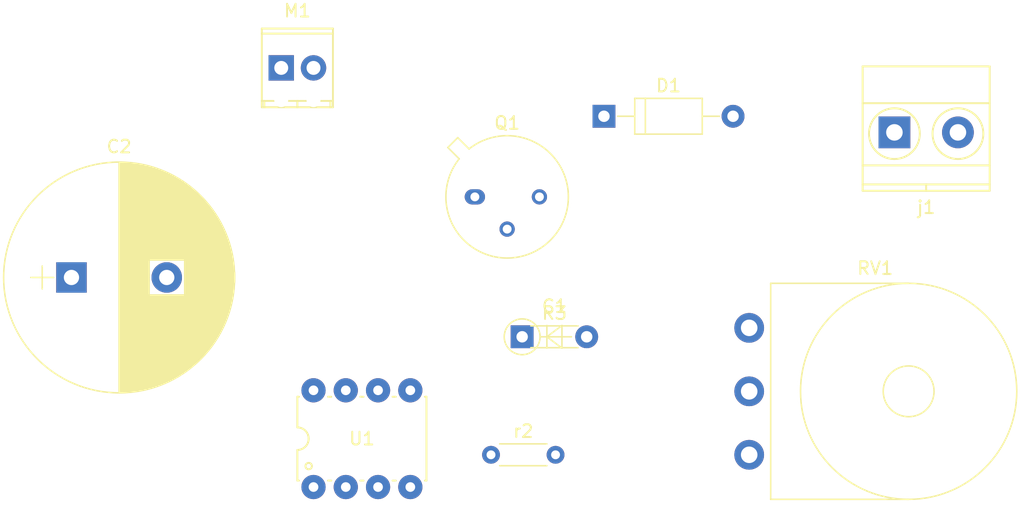
<source format=kicad_pcb>
(kicad_pcb (version 4) (host pcbnew 4.0.2-stable)

  (general
    (links 18)
    (no_connects 18)
    (area 0 0 0 0)
    (thickness 1.6)
    (drawings 0)
    (tracks 0)
    (zones 0)
    (modules 10)
    (nets 11)
  )

  (page A4)
  (layers
    (0 F.Cu signal)
    (31 B.Cu signal)
    (32 B.Adhes user)
    (33 F.Adhes user)
    (34 B.Paste user)
    (35 F.Paste user)
    (36 B.SilkS user)
    (37 F.SilkS user)
    (38 B.Mask user)
    (39 F.Mask user)
    (40 Dwgs.User user)
    (41 Cmts.User user)
    (42 Eco1.User user)
    (43 Eco2.User user)
    (44 Edge.Cuts user)
    (45 Margin user)
    (46 B.CrtYd user)
    (47 F.CrtYd user)
    (48 B.Fab user)
    (49 F.Fab user)
  )

  (setup
    (last_trace_width 0.25)
    (trace_clearance 0.2)
    (zone_clearance 0.508)
    (zone_45_only no)
    (trace_min 0.2)
    (segment_width 0.2)
    (edge_width 0.15)
    (via_size 0.6)
    (via_drill 0.4)
    (via_min_size 0.4)
    (via_min_drill 0.3)
    (uvia_size 0.3)
    (uvia_drill 0.1)
    (uvias_allowed no)
    (uvia_min_size 0.2)
    (uvia_min_drill 0.1)
    (pcb_text_width 0.3)
    (pcb_text_size 1.5 1.5)
    (mod_edge_width 0.15)
    (mod_text_size 1 1)
    (mod_text_width 0.15)
    (pad_size 1.524 1.524)
    (pad_drill 0.762)
    (pad_to_mask_clearance 0.2)
    (aux_axis_origin 0 0)
    (visible_elements FFFFFF7F)
    (pcbplotparams
      (layerselection 0x00030_80000001)
      (usegerberextensions false)
      (excludeedgelayer true)
      (linewidth 0.100000)
      (plotframeref false)
      (viasonmask false)
      (mode 1)
      (useauxorigin false)
      (hpglpennumber 1)
      (hpglpenspeed 20)
      (hpglpendiameter 15)
      (hpglpenoverlay 2)
      (psnegative false)
      (psa4output false)
      (plotreference true)
      (plotvalue true)
      (plotinvisibletext false)
      (padsonsilk false)
      (subtractmaskfromsilk false)
      (outputformat 1)
      (mirror false)
      (drillshape 1)
      (scaleselection 1)
      (outputdirectory ""))
  )

  (net 0 "")
  (net 1 "Net-(C1-Pad1)")
  (net 2 GND)
  (net 3 "Net-(C2-Pad1)")
  (net 4 "Net-(C2-Pad2)")
  (net 5 /+12v)
  (net 6 "Net-(Q1-Pad2)")
  (net 7 "Net-(U1-Pad3)")
  (net 8 "Net-(R3-Pad1)")
  (net 9 "Net-(R3-Pad2)")
  (net 10 "Net-(U1-Pad5)")

  (net_class Default "This is the default net class."
    (clearance 0.2)
    (trace_width 0.25)
    (via_dia 0.6)
    (via_drill 0.4)
    (uvia_dia 0.3)
    (uvia_drill 0.1)
    (add_net /+12v)
    (add_net GND)
    (add_net "Net-(C1-Pad1)")
    (add_net "Net-(C2-Pad1)")
    (add_net "Net-(C2-Pad2)")
    (add_net "Net-(Q1-Pad2)")
    (add_net "Net-(R3-Pad1)")
    (add_net "Net-(R3-Pad2)")
    (add_net "Net-(U1-Pad3)")
    (add_net "Net-(U1-Pad5)")
  )

  (module Diodes_ThroughHole:D_A-405_P5.08mm_Vertical_AnodeUp (layer F.Cu) (tedit 5921392E) (tstamp 59E1EFA6)
    (at 148.5011 105.0036)
    (descr "D, A-405 series, Axial, Vertical, pin pitch=5.08mm, , length*diameter=5.2*2.7mm^2, , http://www.diodes.com/_files/packages/A-405.pdf")
    (tags "D A-405 series Axial Vertical pin pitch 5.08mm  length 5.2mm diameter 2.7mm")
    (path /59DF60A9)
    (fp_text reference C1 (at 2.54 -2.41) (layer F.SilkS)
      (effects (font (size 1 1) (thickness 0.15)))
    )
    (fp_text value 100u (at 2.54 2.41) (layer F.Fab)
      (effects (font (size 1 1) (thickness 0.15)))
    )
    (fp_text user K (at -2.11 0) (layer F.Fab)
      (effects (font (size 1 1) (thickness 0.15)))
    )
    (fp_text user %R (at 2.54 0) (layer F.Fab)
      (effects (font (size 1 1) (thickness 0.15)))
    )
    (fp_line (start 0 0) (end 5.08 0) (layer F.Fab) (width 0.1))
    (fp_line (start 1.41 0) (end 3.88 0) (layer F.SilkS) (width 0.12))
    (fp_line (start 1.947333 -0.889) (end 1.947333 0.889) (layer F.SilkS) (width 0.12))
    (fp_line (start 1.947333 0) (end 3.132667 -0.889) (layer F.SilkS) (width 0.12))
    (fp_line (start 3.132667 -0.889) (end 3.132667 0.889) (layer F.SilkS) (width 0.12))
    (fp_line (start 3.132667 0.889) (end 1.947333 0) (layer F.SilkS) (width 0.12))
    (fp_line (start -1.7 -1.7) (end -1.7 1.7) (layer F.CrtYd) (width 0.05))
    (fp_line (start -1.7 1.7) (end 6.3 1.7) (layer F.CrtYd) (width 0.05))
    (fp_line (start 6.3 1.7) (end 6.3 -1.7) (layer F.CrtYd) (width 0.05))
    (fp_line (start 6.3 -1.7) (end -1.7 -1.7) (layer F.CrtYd) (width 0.05))
    (fp_circle (center 0 0) (end 1.35 0) (layer F.Fab) (width 0.1))
    (fp_circle (center 0 0) (end 1.41 0) (layer F.SilkS) (width 0.12))
    (pad 1 thru_hole rect (at 0 0) (size 1.8 1.8) (drill 0.9) (layers *.Cu *.Mask)
      (net 1 "Net-(C1-Pad1)"))
    (pad 2 thru_hole oval (at 5.08 0) (size 1.8 1.8) (drill 0.9) (layers *.Cu *.Mask)
      (net 2 GND))
    (model ${KISYS3DMOD}/Diodes_THT.3dshapes/D_A-405_P5.08mm_Vertical_AnodeUp.wrl
      (at (xyz 0 0 0))
      (scale (xyz 0.393701 0.393701 0.393701))
      (rotate (xyz 0 0 0))
    )
  )

  (module Capacitors_ThroughHole:CP_Radial_D18.0mm_P7.50mm (layer F.Cu) (tedit 597BC7C2) (tstamp 59E1EFAC)
    (at 113.03 100.33)
    (descr "CP, Radial series, Radial, pin pitch=7.50mm, , diameter=18mm, Electrolytic Capacitor")
    (tags "CP Radial series Radial pin pitch 7.50mm  diameter 18mm Electrolytic Capacitor")
    (path /59DF619E)
    (fp_text reference C2 (at 3.75 -10.31) (layer F.SilkS)
      (effects (font (size 1 1) (thickness 0.15)))
    )
    (fp_text value 47u (at 3.75 10.31) (layer F.Fab)
      (effects (font (size 1 1) (thickness 0.15)))
    )
    (fp_circle (center 3.75 0) (end 12.75 0) (layer F.Fab) (width 0.1))
    (fp_circle (center 3.75 0) (end 12.84 0) (layer F.SilkS) (width 0.12))
    (fp_line (start -3.2 0) (end -1.4 0) (layer F.Fab) (width 0.1))
    (fp_line (start -2.3 -0.9) (end -2.3 0.9) (layer F.Fab) (width 0.1))
    (fp_line (start 3.75 -9.05) (end 3.75 9.05) (layer F.SilkS) (width 0.12))
    (fp_line (start 3.79 -9.05) (end 3.79 9.05) (layer F.SilkS) (width 0.12))
    (fp_line (start 3.83 -9.05) (end 3.83 9.05) (layer F.SilkS) (width 0.12))
    (fp_line (start 3.87 -9.05) (end 3.87 9.05) (layer F.SilkS) (width 0.12))
    (fp_line (start 3.91 -9.049) (end 3.91 9.049) (layer F.SilkS) (width 0.12))
    (fp_line (start 3.95 -9.048) (end 3.95 9.048) (layer F.SilkS) (width 0.12))
    (fp_line (start 3.99 -9.047) (end 3.99 9.047) (layer F.SilkS) (width 0.12))
    (fp_line (start 4.03 -9.046) (end 4.03 9.046) (layer F.SilkS) (width 0.12))
    (fp_line (start 4.07 -9.045) (end 4.07 9.045) (layer F.SilkS) (width 0.12))
    (fp_line (start 4.11 -9.043) (end 4.11 9.043) (layer F.SilkS) (width 0.12))
    (fp_line (start 4.15 -9.042) (end 4.15 9.042) (layer F.SilkS) (width 0.12))
    (fp_line (start 4.19 -9.04) (end 4.19 9.04) (layer F.SilkS) (width 0.12))
    (fp_line (start 4.23 -9.038) (end 4.23 9.038) (layer F.SilkS) (width 0.12))
    (fp_line (start 4.27 -9.036) (end 4.27 9.036) (layer F.SilkS) (width 0.12))
    (fp_line (start 4.31 -9.033) (end 4.31 9.033) (layer F.SilkS) (width 0.12))
    (fp_line (start 4.35 -9.031) (end 4.35 9.031) (layer F.SilkS) (width 0.12))
    (fp_line (start 4.39 -9.028) (end 4.39 9.028) (layer F.SilkS) (width 0.12))
    (fp_line (start 4.43 -9.025) (end 4.43 9.025) (layer F.SilkS) (width 0.12))
    (fp_line (start 4.471 -9.022) (end 4.471 9.022) (layer F.SilkS) (width 0.12))
    (fp_line (start 4.511 -9.019) (end 4.511 9.019) (layer F.SilkS) (width 0.12))
    (fp_line (start 4.551 -9.015) (end 4.551 9.015) (layer F.SilkS) (width 0.12))
    (fp_line (start 4.591 -9.012) (end 4.591 9.012) (layer F.SilkS) (width 0.12))
    (fp_line (start 4.631 -9.008) (end 4.631 9.008) (layer F.SilkS) (width 0.12))
    (fp_line (start 4.671 -9.004) (end 4.671 9.004) (layer F.SilkS) (width 0.12))
    (fp_line (start 4.711 -9) (end 4.711 9) (layer F.SilkS) (width 0.12))
    (fp_line (start 4.751 -8.995) (end 4.751 8.995) (layer F.SilkS) (width 0.12))
    (fp_line (start 4.791 -8.991) (end 4.791 8.991) (layer F.SilkS) (width 0.12))
    (fp_line (start 4.831 -8.986) (end 4.831 8.986) (layer F.SilkS) (width 0.12))
    (fp_line (start 4.871 -8.981) (end 4.871 8.981) (layer F.SilkS) (width 0.12))
    (fp_line (start 4.911 -8.976) (end 4.911 8.976) (layer F.SilkS) (width 0.12))
    (fp_line (start 4.951 -8.971) (end 4.951 8.971) (layer F.SilkS) (width 0.12))
    (fp_line (start 4.991 -8.966) (end 4.991 8.966) (layer F.SilkS) (width 0.12))
    (fp_line (start 5.031 -8.96) (end 5.031 8.96) (layer F.SilkS) (width 0.12))
    (fp_line (start 5.071 -8.954) (end 5.071 8.954) (layer F.SilkS) (width 0.12))
    (fp_line (start 5.111 -8.948) (end 5.111 8.948) (layer F.SilkS) (width 0.12))
    (fp_line (start 5.151 -8.942) (end 5.151 8.942) (layer F.SilkS) (width 0.12))
    (fp_line (start 5.191 -8.936) (end 5.191 8.936) (layer F.SilkS) (width 0.12))
    (fp_line (start 5.231 -8.929) (end 5.231 8.929) (layer F.SilkS) (width 0.12))
    (fp_line (start 5.271 -8.923) (end 5.271 8.923) (layer F.SilkS) (width 0.12))
    (fp_line (start 5.311 -8.916) (end 5.311 8.916) (layer F.SilkS) (width 0.12))
    (fp_line (start 5.351 -8.909) (end 5.351 8.909) (layer F.SilkS) (width 0.12))
    (fp_line (start 5.391 -8.901) (end 5.391 8.901) (layer F.SilkS) (width 0.12))
    (fp_line (start 5.431 -8.894) (end 5.431 8.894) (layer F.SilkS) (width 0.12))
    (fp_line (start 5.471 -8.886) (end 5.471 8.886) (layer F.SilkS) (width 0.12))
    (fp_line (start 5.511 -8.878) (end 5.511 8.878) (layer F.SilkS) (width 0.12))
    (fp_line (start 5.551 -8.87) (end 5.551 8.87) (layer F.SilkS) (width 0.12))
    (fp_line (start 5.591 -8.862) (end 5.591 8.862) (layer F.SilkS) (width 0.12))
    (fp_line (start 5.631 -8.854) (end 5.631 8.854) (layer F.SilkS) (width 0.12))
    (fp_line (start 5.671 -8.845) (end 5.671 8.845) (layer F.SilkS) (width 0.12))
    (fp_line (start 5.711 -8.837) (end 5.711 8.837) (layer F.SilkS) (width 0.12))
    (fp_line (start 5.751 -8.828) (end 5.751 8.828) (layer F.SilkS) (width 0.12))
    (fp_line (start 5.791 -8.819) (end 5.791 8.819) (layer F.SilkS) (width 0.12))
    (fp_line (start 5.831 -8.809) (end 5.831 8.809) (layer F.SilkS) (width 0.12))
    (fp_line (start 5.871 -8.8) (end 5.871 8.8) (layer F.SilkS) (width 0.12))
    (fp_line (start 5.911 -8.79) (end 5.911 8.79) (layer F.SilkS) (width 0.12))
    (fp_line (start 5.951 -8.78) (end 5.951 8.78) (layer F.SilkS) (width 0.12))
    (fp_line (start 5.991 -8.77) (end 5.991 8.77) (layer F.SilkS) (width 0.12))
    (fp_line (start 6.031 -8.76) (end 6.031 8.76) (layer F.SilkS) (width 0.12))
    (fp_line (start 6.071 -8.749) (end 6.071 8.749) (layer F.SilkS) (width 0.12))
    (fp_line (start 6.111 -8.739) (end 6.111 8.739) (layer F.SilkS) (width 0.12))
    (fp_line (start 6.151 -8.728) (end 6.151 -1.38) (layer F.SilkS) (width 0.12))
    (fp_line (start 6.151 1.38) (end 6.151 8.728) (layer F.SilkS) (width 0.12))
    (fp_line (start 6.191 -8.717) (end 6.191 -1.38) (layer F.SilkS) (width 0.12))
    (fp_line (start 6.191 1.38) (end 6.191 8.717) (layer F.SilkS) (width 0.12))
    (fp_line (start 6.231 -8.706) (end 6.231 -1.38) (layer F.SilkS) (width 0.12))
    (fp_line (start 6.231 1.38) (end 6.231 8.706) (layer F.SilkS) (width 0.12))
    (fp_line (start 6.271 -8.694) (end 6.271 -1.38) (layer F.SilkS) (width 0.12))
    (fp_line (start 6.271 1.38) (end 6.271 8.694) (layer F.SilkS) (width 0.12))
    (fp_line (start 6.311 -8.683) (end 6.311 -1.38) (layer F.SilkS) (width 0.12))
    (fp_line (start 6.311 1.38) (end 6.311 8.683) (layer F.SilkS) (width 0.12))
    (fp_line (start 6.351 -8.671) (end 6.351 -1.38) (layer F.SilkS) (width 0.12))
    (fp_line (start 6.351 1.38) (end 6.351 8.671) (layer F.SilkS) (width 0.12))
    (fp_line (start 6.391 -8.659) (end 6.391 -1.38) (layer F.SilkS) (width 0.12))
    (fp_line (start 6.391 1.38) (end 6.391 8.659) (layer F.SilkS) (width 0.12))
    (fp_line (start 6.431 -8.646) (end 6.431 -1.38) (layer F.SilkS) (width 0.12))
    (fp_line (start 6.431 1.38) (end 6.431 8.646) (layer F.SilkS) (width 0.12))
    (fp_line (start 6.471 -8.634) (end 6.471 -1.38) (layer F.SilkS) (width 0.12))
    (fp_line (start 6.471 1.38) (end 6.471 8.634) (layer F.SilkS) (width 0.12))
    (fp_line (start 6.511 -8.621) (end 6.511 -1.38) (layer F.SilkS) (width 0.12))
    (fp_line (start 6.511 1.38) (end 6.511 8.621) (layer F.SilkS) (width 0.12))
    (fp_line (start 6.551 -8.609) (end 6.551 -1.38) (layer F.SilkS) (width 0.12))
    (fp_line (start 6.551 1.38) (end 6.551 8.609) (layer F.SilkS) (width 0.12))
    (fp_line (start 6.591 -8.595) (end 6.591 -1.38) (layer F.SilkS) (width 0.12))
    (fp_line (start 6.591 1.38) (end 6.591 8.595) (layer F.SilkS) (width 0.12))
    (fp_line (start 6.631 -8.582) (end 6.631 -1.38) (layer F.SilkS) (width 0.12))
    (fp_line (start 6.631 1.38) (end 6.631 8.582) (layer F.SilkS) (width 0.12))
    (fp_line (start 6.671 -8.569) (end 6.671 -1.38) (layer F.SilkS) (width 0.12))
    (fp_line (start 6.671 1.38) (end 6.671 8.569) (layer F.SilkS) (width 0.12))
    (fp_line (start 6.711 -8.555) (end 6.711 -1.38) (layer F.SilkS) (width 0.12))
    (fp_line (start 6.711 1.38) (end 6.711 8.555) (layer F.SilkS) (width 0.12))
    (fp_line (start 6.751 -8.541) (end 6.751 -1.38) (layer F.SilkS) (width 0.12))
    (fp_line (start 6.751 1.38) (end 6.751 8.541) (layer F.SilkS) (width 0.12))
    (fp_line (start 6.791 -8.527) (end 6.791 -1.38) (layer F.SilkS) (width 0.12))
    (fp_line (start 6.791 1.38) (end 6.791 8.527) (layer F.SilkS) (width 0.12))
    (fp_line (start 6.831 -8.513) (end 6.831 -1.38) (layer F.SilkS) (width 0.12))
    (fp_line (start 6.831 1.38) (end 6.831 8.513) (layer F.SilkS) (width 0.12))
    (fp_line (start 6.871 -8.498) (end 6.871 -1.38) (layer F.SilkS) (width 0.12))
    (fp_line (start 6.871 1.38) (end 6.871 8.498) (layer F.SilkS) (width 0.12))
    (fp_line (start 6.911 -8.484) (end 6.911 -1.38) (layer F.SilkS) (width 0.12))
    (fp_line (start 6.911 1.38) (end 6.911 8.484) (layer F.SilkS) (width 0.12))
    (fp_line (start 6.951 -8.469) (end 6.951 -1.38) (layer F.SilkS) (width 0.12))
    (fp_line (start 6.951 1.38) (end 6.951 8.469) (layer F.SilkS) (width 0.12))
    (fp_line (start 6.991 -8.453) (end 6.991 -1.38) (layer F.SilkS) (width 0.12))
    (fp_line (start 6.991 1.38) (end 6.991 8.453) (layer F.SilkS) (width 0.12))
    (fp_line (start 7.031 -8.438) (end 7.031 -1.38) (layer F.SilkS) (width 0.12))
    (fp_line (start 7.031 1.38) (end 7.031 8.438) (layer F.SilkS) (width 0.12))
    (fp_line (start 7.071 -8.423) (end 7.071 -1.38) (layer F.SilkS) (width 0.12))
    (fp_line (start 7.071 1.38) (end 7.071 8.423) (layer F.SilkS) (width 0.12))
    (fp_line (start 7.111 -8.407) (end 7.111 -1.38) (layer F.SilkS) (width 0.12))
    (fp_line (start 7.111 1.38) (end 7.111 8.407) (layer F.SilkS) (width 0.12))
    (fp_line (start 7.151 -8.391) (end 7.151 -1.38) (layer F.SilkS) (width 0.12))
    (fp_line (start 7.151 1.38) (end 7.151 8.391) (layer F.SilkS) (width 0.12))
    (fp_line (start 7.191 -8.374) (end 7.191 -1.38) (layer F.SilkS) (width 0.12))
    (fp_line (start 7.191 1.38) (end 7.191 8.374) (layer F.SilkS) (width 0.12))
    (fp_line (start 7.231 -8.358) (end 7.231 -1.38) (layer F.SilkS) (width 0.12))
    (fp_line (start 7.231 1.38) (end 7.231 8.358) (layer F.SilkS) (width 0.12))
    (fp_line (start 7.271 -8.341) (end 7.271 -1.38) (layer F.SilkS) (width 0.12))
    (fp_line (start 7.271 1.38) (end 7.271 8.341) (layer F.SilkS) (width 0.12))
    (fp_line (start 7.311 -8.324) (end 7.311 -1.38) (layer F.SilkS) (width 0.12))
    (fp_line (start 7.311 1.38) (end 7.311 8.324) (layer F.SilkS) (width 0.12))
    (fp_line (start 7.351 -8.307) (end 7.351 -1.38) (layer F.SilkS) (width 0.12))
    (fp_line (start 7.351 1.38) (end 7.351 8.307) (layer F.SilkS) (width 0.12))
    (fp_line (start 7.391 -8.29) (end 7.391 -1.38) (layer F.SilkS) (width 0.12))
    (fp_line (start 7.391 1.38) (end 7.391 8.29) (layer F.SilkS) (width 0.12))
    (fp_line (start 7.431 -8.272) (end 7.431 -1.38) (layer F.SilkS) (width 0.12))
    (fp_line (start 7.431 1.38) (end 7.431 8.272) (layer F.SilkS) (width 0.12))
    (fp_line (start 7.471 -8.254) (end 7.471 -1.38) (layer F.SilkS) (width 0.12))
    (fp_line (start 7.471 1.38) (end 7.471 8.254) (layer F.SilkS) (width 0.12))
    (fp_line (start 7.511 -8.236) (end 7.511 -1.38) (layer F.SilkS) (width 0.12))
    (fp_line (start 7.511 1.38) (end 7.511 8.236) (layer F.SilkS) (width 0.12))
    (fp_line (start 7.551 -8.218) (end 7.551 -1.38) (layer F.SilkS) (width 0.12))
    (fp_line (start 7.551 1.38) (end 7.551 8.218) (layer F.SilkS) (width 0.12))
    (fp_line (start 7.591 -8.2) (end 7.591 -1.38) (layer F.SilkS) (width 0.12))
    (fp_line (start 7.591 1.38) (end 7.591 8.2) (layer F.SilkS) (width 0.12))
    (fp_line (start 7.631 -8.181) (end 7.631 -1.38) (layer F.SilkS) (width 0.12))
    (fp_line (start 7.631 1.38) (end 7.631 8.181) (layer F.SilkS) (width 0.12))
    (fp_line (start 7.671 -8.162) (end 7.671 -1.38) (layer F.SilkS) (width 0.12))
    (fp_line (start 7.671 1.38) (end 7.671 8.162) (layer F.SilkS) (width 0.12))
    (fp_line (start 7.711 -8.143) (end 7.711 -1.38) (layer F.SilkS) (width 0.12))
    (fp_line (start 7.711 1.38) (end 7.711 8.143) (layer F.SilkS) (width 0.12))
    (fp_line (start 7.751 -8.123) (end 7.751 -1.38) (layer F.SilkS) (width 0.12))
    (fp_line (start 7.751 1.38) (end 7.751 8.123) (layer F.SilkS) (width 0.12))
    (fp_line (start 7.791 -8.103) (end 7.791 -1.38) (layer F.SilkS) (width 0.12))
    (fp_line (start 7.791 1.38) (end 7.791 8.103) (layer F.SilkS) (width 0.12))
    (fp_line (start 7.831 -8.083) (end 7.831 -1.38) (layer F.SilkS) (width 0.12))
    (fp_line (start 7.831 1.38) (end 7.831 8.083) (layer F.SilkS) (width 0.12))
    (fp_line (start 7.871 -8.063) (end 7.871 -1.38) (layer F.SilkS) (width 0.12))
    (fp_line (start 7.871 1.38) (end 7.871 8.063) (layer F.SilkS) (width 0.12))
    (fp_line (start 7.911 -8.043) (end 7.911 -1.38) (layer F.SilkS) (width 0.12))
    (fp_line (start 7.911 1.38) (end 7.911 8.043) (layer F.SilkS) (width 0.12))
    (fp_line (start 7.951 -8.022) (end 7.951 -1.38) (layer F.SilkS) (width 0.12))
    (fp_line (start 7.951 1.38) (end 7.951 8.022) (layer F.SilkS) (width 0.12))
    (fp_line (start 7.991 -8.001) (end 7.991 -1.38) (layer F.SilkS) (width 0.12))
    (fp_line (start 7.991 1.38) (end 7.991 8.001) (layer F.SilkS) (width 0.12))
    (fp_line (start 8.031 -7.98) (end 8.031 -1.38) (layer F.SilkS) (width 0.12))
    (fp_line (start 8.031 1.38) (end 8.031 7.98) (layer F.SilkS) (width 0.12))
    (fp_line (start 8.071 -7.958) (end 8.071 -1.38) (layer F.SilkS) (width 0.12))
    (fp_line (start 8.071 1.38) (end 8.071 7.958) (layer F.SilkS) (width 0.12))
    (fp_line (start 8.111 -7.937) (end 8.111 -1.38) (layer F.SilkS) (width 0.12))
    (fp_line (start 8.111 1.38) (end 8.111 7.937) (layer F.SilkS) (width 0.12))
    (fp_line (start 8.151 -7.915) (end 8.151 -1.38) (layer F.SilkS) (width 0.12))
    (fp_line (start 8.151 1.38) (end 8.151 7.915) (layer F.SilkS) (width 0.12))
    (fp_line (start 8.191 -7.892) (end 8.191 -1.38) (layer F.SilkS) (width 0.12))
    (fp_line (start 8.191 1.38) (end 8.191 7.892) (layer F.SilkS) (width 0.12))
    (fp_line (start 8.231 -7.87) (end 8.231 -1.38) (layer F.SilkS) (width 0.12))
    (fp_line (start 8.231 1.38) (end 8.231 7.87) (layer F.SilkS) (width 0.12))
    (fp_line (start 8.271 -7.847) (end 8.271 -1.38) (layer F.SilkS) (width 0.12))
    (fp_line (start 8.271 1.38) (end 8.271 7.847) (layer F.SilkS) (width 0.12))
    (fp_line (start 8.311 -7.824) (end 8.311 -1.38) (layer F.SilkS) (width 0.12))
    (fp_line (start 8.311 1.38) (end 8.311 7.824) (layer F.SilkS) (width 0.12))
    (fp_line (start 8.351 -7.801) (end 8.351 -1.38) (layer F.SilkS) (width 0.12))
    (fp_line (start 8.351 1.38) (end 8.351 7.801) (layer F.SilkS) (width 0.12))
    (fp_line (start 8.391 -7.777) (end 8.391 -1.38) (layer F.SilkS) (width 0.12))
    (fp_line (start 8.391 1.38) (end 8.391 7.777) (layer F.SilkS) (width 0.12))
    (fp_line (start 8.431 -7.753) (end 8.431 -1.38) (layer F.SilkS) (width 0.12))
    (fp_line (start 8.431 1.38) (end 8.431 7.753) (layer F.SilkS) (width 0.12))
    (fp_line (start 8.471 -7.729) (end 8.471 -1.38) (layer F.SilkS) (width 0.12))
    (fp_line (start 8.471 1.38) (end 8.471 7.729) (layer F.SilkS) (width 0.12))
    (fp_line (start 8.511 -7.705) (end 8.511 -1.38) (layer F.SilkS) (width 0.12))
    (fp_line (start 8.511 1.38) (end 8.511 7.705) (layer F.SilkS) (width 0.12))
    (fp_line (start 8.551 -7.68) (end 8.551 -1.38) (layer F.SilkS) (width 0.12))
    (fp_line (start 8.551 1.38) (end 8.551 7.68) (layer F.SilkS) (width 0.12))
    (fp_line (start 8.591 -7.655) (end 8.591 -1.38) (layer F.SilkS) (width 0.12))
    (fp_line (start 8.591 1.38) (end 8.591 7.655) (layer F.SilkS) (width 0.12))
    (fp_line (start 8.631 -7.63) (end 8.631 -1.38) (layer F.SilkS) (width 0.12))
    (fp_line (start 8.631 1.38) (end 8.631 7.63) (layer F.SilkS) (width 0.12))
    (fp_line (start 8.671 -7.604) (end 8.671 -1.38) (layer F.SilkS) (width 0.12))
    (fp_line (start 8.671 1.38) (end 8.671 7.604) (layer F.SilkS) (width 0.12))
    (fp_line (start 8.711 -7.578) (end 8.711 -1.38) (layer F.SilkS) (width 0.12))
    (fp_line (start 8.711 1.38) (end 8.711 7.578) (layer F.SilkS) (width 0.12))
    (fp_line (start 8.751 -7.552) (end 8.751 -1.38) (layer F.SilkS) (width 0.12))
    (fp_line (start 8.751 1.38) (end 8.751 7.552) (layer F.SilkS) (width 0.12))
    (fp_line (start 8.791 -7.525) (end 8.791 -1.38) (layer F.SilkS) (width 0.12))
    (fp_line (start 8.791 1.38) (end 8.791 7.525) (layer F.SilkS) (width 0.12))
    (fp_line (start 8.831 -7.499) (end 8.831 -1.38) (layer F.SilkS) (width 0.12))
    (fp_line (start 8.831 1.38) (end 8.831 7.499) (layer F.SilkS) (width 0.12))
    (fp_line (start 8.871 -7.471) (end 8.871 -1.38) (layer F.SilkS) (width 0.12))
    (fp_line (start 8.871 1.38) (end 8.871 7.471) (layer F.SilkS) (width 0.12))
    (fp_line (start 8.911 -7.444) (end 8.911 7.444) (layer F.SilkS) (width 0.12))
    (fp_line (start 8.951 -7.416) (end 8.951 7.416) (layer F.SilkS) (width 0.12))
    (fp_line (start 8.991 -7.388) (end 8.991 7.388) (layer F.SilkS) (width 0.12))
    (fp_line (start 9.031 -7.36) (end 9.031 7.36) (layer F.SilkS) (width 0.12))
    (fp_line (start 9.071 -7.331) (end 9.071 7.331) (layer F.SilkS) (width 0.12))
    (fp_line (start 9.111 -7.302) (end 9.111 7.302) (layer F.SilkS) (width 0.12))
    (fp_line (start 9.151 -7.273) (end 9.151 7.273) (layer F.SilkS) (width 0.12))
    (fp_line (start 9.191 -7.243) (end 9.191 7.243) (layer F.SilkS) (width 0.12))
    (fp_line (start 9.231 -7.213) (end 9.231 7.213) (layer F.SilkS) (width 0.12))
    (fp_line (start 9.271 -7.183) (end 9.271 7.183) (layer F.SilkS) (width 0.12))
    (fp_line (start 9.311 -7.152) (end 9.311 7.152) (layer F.SilkS) (width 0.12))
    (fp_line (start 9.351 -7.121) (end 9.351 7.121) (layer F.SilkS) (width 0.12))
    (fp_line (start 9.391 -7.089) (end 9.391 7.089) (layer F.SilkS) (width 0.12))
    (fp_line (start 9.431 -7.057) (end 9.431 7.057) (layer F.SilkS) (width 0.12))
    (fp_line (start 9.471 -7.025) (end 9.471 7.025) (layer F.SilkS) (width 0.12))
    (fp_line (start 9.511 -6.993) (end 9.511 6.993) (layer F.SilkS) (width 0.12))
    (fp_line (start 9.551 -6.96) (end 9.551 6.96) (layer F.SilkS) (width 0.12))
    (fp_line (start 9.591 -6.926) (end 9.591 6.926) (layer F.SilkS) (width 0.12))
    (fp_line (start 9.631 -6.893) (end 9.631 6.893) (layer F.SilkS) (width 0.12))
    (fp_line (start 9.671 -6.858) (end 9.671 6.858) (layer F.SilkS) (width 0.12))
    (fp_line (start 9.711 -6.824) (end 9.711 6.824) (layer F.SilkS) (width 0.12))
    (fp_line (start 9.751 -6.789) (end 9.751 6.789) (layer F.SilkS) (width 0.12))
    (fp_line (start 9.791 -6.754) (end 9.791 6.754) (layer F.SilkS) (width 0.12))
    (fp_line (start 9.831 -6.718) (end 9.831 6.718) (layer F.SilkS) (width 0.12))
    (fp_line (start 9.871 -6.682) (end 9.871 6.682) (layer F.SilkS) (width 0.12))
    (fp_line (start 9.911 -6.645) (end 9.911 6.645) (layer F.SilkS) (width 0.12))
    (fp_line (start 9.951 -6.608) (end 9.951 6.608) (layer F.SilkS) (width 0.12))
    (fp_line (start 9.991 -6.57) (end 9.991 6.57) (layer F.SilkS) (width 0.12))
    (fp_line (start 10.031 -6.532) (end 10.031 6.532) (layer F.SilkS) (width 0.12))
    (fp_line (start 10.071 -6.494) (end 10.071 6.494) (layer F.SilkS) (width 0.12))
    (fp_line (start 10.111 -6.455) (end 10.111 6.455) (layer F.SilkS) (width 0.12))
    (fp_line (start 10.151 -6.416) (end 10.151 6.416) (layer F.SilkS) (width 0.12))
    (fp_line (start 10.191 -6.376) (end 10.191 6.376) (layer F.SilkS) (width 0.12))
    (fp_line (start 10.231 -6.335) (end 10.231 6.335) (layer F.SilkS) (width 0.12))
    (fp_line (start 10.271 -6.294) (end 10.271 6.294) (layer F.SilkS) (width 0.12))
    (fp_line (start 10.311 -6.253) (end 10.311 6.253) (layer F.SilkS) (width 0.12))
    (fp_line (start 10.351 -6.211) (end 10.351 6.211) (layer F.SilkS) (width 0.12))
    (fp_line (start 10.391 -6.168) (end 10.391 6.168) (layer F.SilkS) (width 0.12))
    (fp_line (start 10.431 -6.125) (end 10.431 6.125) (layer F.SilkS) (width 0.12))
    (fp_line (start 10.471 -6.082) (end 10.471 6.082) (layer F.SilkS) (width 0.12))
    (fp_line (start 10.511 -6.038) (end 10.511 6.038) (layer F.SilkS) (width 0.12))
    (fp_line (start 10.551 -5.993) (end 10.551 5.993) (layer F.SilkS) (width 0.12))
    (fp_line (start 10.591 -5.947) (end 10.591 5.947) (layer F.SilkS) (width 0.12))
    (fp_line (start 10.631 -5.901) (end 10.631 5.901) (layer F.SilkS) (width 0.12))
    (fp_line (start 10.671 -5.855) (end 10.671 5.855) (layer F.SilkS) (width 0.12))
    (fp_line (start 10.711 -5.807) (end 10.711 5.807) (layer F.SilkS) (width 0.12))
    (fp_line (start 10.751 -5.759) (end 10.751 5.759) (layer F.SilkS) (width 0.12))
    (fp_line (start 10.791 -5.711) (end 10.791 5.711) (layer F.SilkS) (width 0.12))
    (fp_line (start 10.831 -5.662) (end 10.831 5.662) (layer F.SilkS) (width 0.12))
    (fp_line (start 10.871 -5.611) (end 10.871 5.611) (layer F.SilkS) (width 0.12))
    (fp_line (start 10.911 -5.561) (end 10.911 5.561) (layer F.SilkS) (width 0.12))
    (fp_line (start 10.951 -5.509) (end 10.951 5.509) (layer F.SilkS) (width 0.12))
    (fp_line (start 10.991 -5.457) (end 10.991 5.457) (layer F.SilkS) (width 0.12))
    (fp_line (start 11.031 -5.404) (end 11.031 5.404) (layer F.SilkS) (width 0.12))
    (fp_line (start 11.071 -5.35) (end 11.071 5.35) (layer F.SilkS) (width 0.12))
    (fp_line (start 11.111 -5.295) (end 11.111 5.295) (layer F.SilkS) (width 0.12))
    (fp_line (start 11.151 -5.24) (end 11.151 5.24) (layer F.SilkS) (width 0.12))
    (fp_line (start 11.191 -5.183) (end 11.191 5.183) (layer F.SilkS) (width 0.12))
    (fp_line (start 11.231 -5.126) (end 11.231 5.126) (layer F.SilkS) (width 0.12))
    (fp_line (start 11.271 -5.067) (end 11.271 5.067) (layer F.SilkS) (width 0.12))
    (fp_line (start 11.311 -5.008) (end 11.311 5.008) (layer F.SilkS) (width 0.12))
    (fp_line (start 11.351 -4.947) (end 11.351 4.947) (layer F.SilkS) (width 0.12))
    (fp_line (start 11.391 -4.886) (end 11.391 4.886) (layer F.SilkS) (width 0.12))
    (fp_line (start 11.431 -4.823) (end 11.431 4.823) (layer F.SilkS) (width 0.12))
    (fp_line (start 11.471 -4.759) (end 11.471 4.759) (layer F.SilkS) (width 0.12))
    (fp_line (start 11.511 -4.694) (end 11.511 4.694) (layer F.SilkS) (width 0.12))
    (fp_line (start 11.551 -4.628) (end 11.551 4.628) (layer F.SilkS) (width 0.12))
    (fp_line (start 11.591 -4.561) (end 11.591 4.561) (layer F.SilkS) (width 0.12))
    (fp_line (start 11.631 -4.492) (end 11.631 4.492) (layer F.SilkS) (width 0.12))
    (fp_line (start 11.671 -4.422) (end 11.671 4.422) (layer F.SilkS) (width 0.12))
    (fp_line (start 11.711 -4.35) (end 11.711 4.35) (layer F.SilkS) (width 0.12))
    (fp_line (start 11.751 -4.277) (end 11.751 4.277) (layer F.SilkS) (width 0.12))
    (fp_line (start 11.791 -4.202) (end 11.791 4.202) (layer F.SilkS) (width 0.12))
    (fp_line (start 11.831 -4.125) (end 11.831 4.125) (layer F.SilkS) (width 0.12))
    (fp_line (start 11.871 -4.046) (end 11.871 4.046) (layer F.SilkS) (width 0.12))
    (fp_line (start 11.911 -3.966) (end 11.911 3.966) (layer F.SilkS) (width 0.12))
    (fp_line (start 11.95 -3.883) (end 11.95 3.883) (layer F.SilkS) (width 0.12))
    (fp_line (start 11.99 -3.799) (end 11.99 3.799) (layer F.SilkS) (width 0.12))
    (fp_line (start 12.03 -3.711) (end 12.03 3.711) (layer F.SilkS) (width 0.12))
    (fp_line (start 12.07 -3.622) (end 12.07 3.622) (layer F.SilkS) (width 0.12))
    (fp_line (start 12.11 -3.53) (end 12.11 3.53) (layer F.SilkS) (width 0.12))
    (fp_line (start 12.15 -3.434) (end 12.15 3.434) (layer F.SilkS) (width 0.12))
    (fp_line (start 12.19 -3.336) (end 12.19 3.336) (layer F.SilkS) (width 0.12))
    (fp_line (start 12.23 -3.234) (end 12.23 3.234) (layer F.SilkS) (width 0.12))
    (fp_line (start 12.27 -3.129) (end 12.27 3.129) (layer F.SilkS) (width 0.12))
    (fp_line (start 12.31 -3.019) (end 12.31 3.019) (layer F.SilkS) (width 0.12))
    (fp_line (start 12.35 -2.905) (end 12.35 2.905) (layer F.SilkS) (width 0.12))
    (fp_line (start 12.39 -2.785) (end 12.39 2.785) (layer F.SilkS) (width 0.12))
    (fp_line (start 12.43 -2.66) (end 12.43 2.66) (layer F.SilkS) (width 0.12))
    (fp_line (start 12.47 -2.528) (end 12.47 2.528) (layer F.SilkS) (width 0.12))
    (fp_line (start 12.51 -2.388) (end 12.51 2.388) (layer F.SilkS) (width 0.12))
    (fp_line (start 12.55 -2.238) (end 12.55 2.238) (layer F.SilkS) (width 0.12))
    (fp_line (start 12.59 -2.078) (end 12.59 2.078) (layer F.SilkS) (width 0.12))
    (fp_line (start 12.63 -1.903) (end 12.63 1.903) (layer F.SilkS) (width 0.12))
    (fp_line (start 12.67 -1.71) (end 12.67 1.71) (layer F.SilkS) (width 0.12))
    (fp_line (start 12.71 -1.492) (end 12.71 1.492) (layer F.SilkS) (width 0.12))
    (fp_line (start 12.75 -1.236) (end 12.75 1.236) (layer F.SilkS) (width 0.12))
    (fp_line (start 12.79 -0.913) (end 12.79 0.913) (layer F.SilkS) (width 0.12))
    (fp_line (start 12.83 -0.387) (end 12.83 0.387) (layer F.SilkS) (width 0.12))
    (fp_line (start -3.2 0) (end -1.4 0) (layer F.SilkS) (width 0.12))
    (fp_line (start -2.3 -0.9) (end -2.3 0.9) (layer F.SilkS) (width 0.12))
    (fp_line (start -5.6 -9.35) (end -5.6 9.35) (layer F.CrtYd) (width 0.05))
    (fp_line (start -5.6 9.35) (end 13.1 9.35) (layer F.CrtYd) (width 0.05))
    (fp_line (start 13.1 9.35) (end 13.1 -9.35) (layer F.CrtYd) (width 0.05))
    (fp_line (start 13.1 -9.35) (end -5.6 -9.35) (layer F.CrtYd) (width 0.05))
    (fp_text user %R (at 3.75 0) (layer F.Fab)
      (effects (font (size 1 1) (thickness 0.15)))
    )
    (pad 1 thru_hole rect (at 0 0) (size 2.4 2.4) (drill 1.2) (layers *.Cu *.Mask)
      (net 3 "Net-(C2-Pad1)"))
    (pad 2 thru_hole circle (at 7.5 0) (size 2.4 2.4) (drill 1.2) (layers *.Cu *.Mask)
      (net 4 "Net-(C2-Pad2)"))
    (model ${KISYS3DMOD}/Capacitors_THT.3dshapes/CP_Radial_D18.0mm_P7.50mm.wrl
      (at (xyz 0 0 0))
      (scale (xyz 1 1 1))
      (rotate (xyz 0 0 0))
    )
  )

  (module Diodes_ThroughHole:D_A-405_P10.16mm_Horizontal (layer F.Cu) (tedit 5921392E) (tstamp 59E1EFB2)
    (at 154.94 87.63)
    (descr "D, A-405 series, Axial, Horizontal, pin pitch=10.16mm, , length*diameter=5.2*2.7mm^2, , http://www.diodes.com/_files/packages/A-405.pdf")
    (tags "D A-405 series Axial Horizontal pin pitch 10.16mm  length 5.2mm diameter 2.7mm")
    (path /59DF63F2)
    (fp_text reference D1 (at 5.08 -2.41) (layer F.SilkS)
      (effects (font (size 1 1) (thickness 0.15)))
    )
    (fp_text value D (at 5.08 2.41) (layer F.Fab)
      (effects (font (size 1 1) (thickness 0.15)))
    )
    (fp_text user %R (at 5.08 0) (layer F.Fab)
      (effects (font (size 1 1) (thickness 0.15)))
    )
    (fp_line (start 2.48 -1.35) (end 2.48 1.35) (layer F.Fab) (width 0.1))
    (fp_line (start 2.48 1.35) (end 7.68 1.35) (layer F.Fab) (width 0.1))
    (fp_line (start 7.68 1.35) (end 7.68 -1.35) (layer F.Fab) (width 0.1))
    (fp_line (start 7.68 -1.35) (end 2.48 -1.35) (layer F.Fab) (width 0.1))
    (fp_line (start 0 0) (end 2.48 0) (layer F.Fab) (width 0.1))
    (fp_line (start 10.16 0) (end 7.68 0) (layer F.Fab) (width 0.1))
    (fp_line (start 3.26 -1.35) (end 3.26 1.35) (layer F.Fab) (width 0.1))
    (fp_line (start 2.42 -1.41) (end 2.42 1.41) (layer F.SilkS) (width 0.12))
    (fp_line (start 2.42 1.41) (end 7.74 1.41) (layer F.SilkS) (width 0.12))
    (fp_line (start 7.74 1.41) (end 7.74 -1.41) (layer F.SilkS) (width 0.12))
    (fp_line (start 7.74 -1.41) (end 2.42 -1.41) (layer F.SilkS) (width 0.12))
    (fp_line (start 1.08 0) (end 2.42 0) (layer F.SilkS) (width 0.12))
    (fp_line (start 9.08 0) (end 7.74 0) (layer F.SilkS) (width 0.12))
    (fp_line (start 3.26 -1.41) (end 3.26 1.41) (layer F.SilkS) (width 0.12))
    (fp_line (start -1.15 -1.7) (end -1.15 1.7) (layer F.CrtYd) (width 0.05))
    (fp_line (start -1.15 1.7) (end 11.35 1.7) (layer F.CrtYd) (width 0.05))
    (fp_line (start 11.35 1.7) (end 11.35 -1.7) (layer F.CrtYd) (width 0.05))
    (fp_line (start 11.35 -1.7) (end -1.15 -1.7) (layer F.CrtYd) (width 0.05))
    (pad 1 thru_hole rect (at 0 0) (size 1.8 1.8) (drill 0.9) (layers *.Cu *.Mask)
      (net 3 "Net-(C2-Pad1)"))
    (pad 2 thru_hole oval (at 10.16 0) (size 1.8 1.8) (drill 0.9) (layers *.Cu *.Mask)
      (net 4 "Net-(C2-Pad2)"))
    (model ${KISYS3DMOD}/Diodes_THT.3dshapes/D_A-405_P10.16mm_Horizontal.wrl
      (at (xyz 0 0 0))
      (scale (xyz 0.393701 0.393701 0.393701))
      (rotate (xyz 0 0 0))
    )
  )

  (module Terminal_Blocks:TerminalBlock_Pheonix_MKDS1.5-2pol (layer F.Cu) (tedit 563007E4) (tstamp 59E1EFB8)
    (at 177.8 88.9)
    (descr "2-way 5mm pitch terminal block, Phoenix MKDS series")
    (path /59DF723D)
    (fp_text reference j1 (at 2.5 5.9) (layer F.SilkS)
      (effects (font (size 1 1) (thickness 0.15)))
    )
    (fp_text value Conn_01x02_Female (at 2.5 -6.6) (layer F.Fab)
      (effects (font (size 1 1) (thickness 0.15)))
    )
    (fp_line (start -2.7 -5.4) (end 7.7 -5.4) (layer F.CrtYd) (width 0.05))
    (fp_line (start -2.7 4.8) (end -2.7 -5.4) (layer F.CrtYd) (width 0.05))
    (fp_line (start 7.7 4.8) (end -2.7 4.8) (layer F.CrtYd) (width 0.05))
    (fp_line (start 7.7 -5.4) (end 7.7 4.8) (layer F.CrtYd) (width 0.05))
    (fp_line (start 2.5 4.1) (end 2.5 4.6) (layer F.SilkS) (width 0.15))
    (fp_circle (center 5 0.1) (end 3 0.1) (layer F.SilkS) (width 0.15))
    (fp_circle (center 0 0.1) (end 2 0.1) (layer F.SilkS) (width 0.15))
    (fp_line (start -2.5 2.6) (end 7.5 2.6) (layer F.SilkS) (width 0.15))
    (fp_line (start -2.5 -2.3) (end 7.5 -2.3) (layer F.SilkS) (width 0.15))
    (fp_line (start -2.5 4.1) (end 7.5 4.1) (layer F.SilkS) (width 0.15))
    (fp_line (start -2.5 4.6) (end 7.5 4.6) (layer F.SilkS) (width 0.15))
    (fp_line (start 7.5 4.6) (end 7.5 -5.2) (layer F.SilkS) (width 0.15))
    (fp_line (start 7.5 -5.2) (end -2.5 -5.2) (layer F.SilkS) (width 0.15))
    (fp_line (start -2.5 -5.2) (end -2.5 4.6) (layer F.SilkS) (width 0.15))
    (pad 1 thru_hole rect (at 0 0) (size 2.5 2.5) (drill 1.3) (layers *.Cu *.Mask)
      (net 2 GND))
    (pad 2 thru_hole circle (at 5 0) (size 2.5 2.5) (drill 1.3) (layers *.Cu *.Mask)
      (net 5 /+12v))
    (model Terminal_Blocks.3dshapes/TerminalBlock_Pheonix_MKDS1.5-2pol.wrl
      (at (xyz 0.0984 0 0))
      (scale (xyz 1 1 1))
      (rotate (xyz 0 0 0))
    )
  )

  (module Terminal_Blocks:TerminalBlock_Pheonix_MPT-2.54mm_2pol (layer F.Cu) (tedit 0) (tstamp 59E1EFC0)
    (at 129.54 83.82)
    (descr "2-way 2.54mm pitch terminal block, Phoenix MPT series")
    (path /59DF64A5)
    (fp_text reference M1 (at 1.27 -4.50088) (layer F.SilkS)
      (effects (font (size 1 1) (thickness 0.15)))
    )
    (fp_text value Motor_DC (at 1.27 4.50088) (layer F.Fab)
      (effects (font (size 1 1) (thickness 0.15)))
    )
    (fp_line (start -1.7 -3.3) (end 4.3 -3.3) (layer F.CrtYd) (width 0.05))
    (fp_line (start -1.7 3.3) (end -1.7 -3.3) (layer F.CrtYd) (width 0.05))
    (fp_line (start 4.3 3.3) (end -1.7 3.3) (layer F.CrtYd) (width 0.05))
    (fp_line (start 4.3 -3.3) (end 4.3 3.3) (layer F.CrtYd) (width 0.05))
    (fp_line (start 4.06908 2.60096) (end -1.52908 2.60096) (layer F.SilkS) (width 0.15))
    (fp_line (start -1.33096 3.0988) (end -1.33096 2.60096) (layer F.SilkS) (width 0.15))
    (fp_line (start 3.87096 2.60096) (end 3.87096 3.0988) (layer F.SilkS) (width 0.15))
    (fp_line (start 1.27 3.0988) (end 1.27 2.60096) (layer F.SilkS) (width 0.15))
    (fp_line (start -1.52908 -2.70002) (end 4.06908 -2.70002) (layer F.SilkS) (width 0.15))
    (fp_line (start -1.52908 3.0988) (end 4.06908 3.0988) (layer F.SilkS) (width 0.15))
    (fp_line (start 4.06908 3.0988) (end 4.06908 -3.0988) (layer F.SilkS) (width 0.15))
    (fp_line (start 4.06908 -3.0988) (end -1.52908 -3.0988) (layer F.SilkS) (width 0.15))
    (fp_line (start -1.52908 -3.0988) (end -1.52908 3.0988) (layer F.SilkS) (width 0.15))
    (pad 2 thru_hole oval (at 2.54 0) (size 1.99898 1.99898) (drill 1.09728) (layers *.Cu *.Mask)
      (net 4 "Net-(C2-Pad2)"))
    (pad 1 thru_hole rect (at 0 0) (size 1.99898 1.99898) (drill 1.09728) (layers *.Cu *.Mask)
      (net 3 "Net-(C2-Pad1)"))
    (pad "" np_thru_hole circle (at 0 2.54) (size 1.1 1.1) (drill 1.1) (layers *.Cu *.Mask))
    (pad "" np_thru_hole circle (at 2.54 2.54) (size 1.1 1.1) (drill 1.1) (layers *.Cu *.Mask))
    (model Terminal_Blocks.3dshapes/TerminalBlock_Pheonix_MPT-2.54mm_2pol.wrl
      (at (xyz 0.05 0 0))
      (scale (xyz 1 1 1))
      (rotate (xyz 0 0 0))
    )
  )

  (module TO_SOT_Packages_THT:TO-39-3 (layer F.Cu) (tedit 58CE52AE) (tstamp 59E1EFC7)
    (at 144.78 93.98)
    (descr TO-39-3)
    (tags TO-39-3)
    (path /59DF636F)
    (fp_text reference Q1 (at 2.54 -5.82) (layer F.SilkS)
      (effects (font (size 1 1) (thickness 0.15)))
    )
    (fp_text value Q_NMOS_DGS (at 2.54 5.82) (layer F.Fab)
      (effects (font (size 1 1) (thickness 0.15)))
    )
    (fp_text user %R (at 2.54 -5.82) (layer F.Fab)
      (effects (font (size 1 1) (thickness 0.15)))
    )
    (fp_line (start -0.465408 -3.61352) (end -1.27151 -4.419621) (layer F.Fab) (width 0.1))
    (fp_line (start -1.27151 -4.419621) (end -1.879621 -3.81151) (layer F.Fab) (width 0.1))
    (fp_line (start -1.879621 -3.81151) (end -1.07352 -3.005408) (layer F.Fab) (width 0.1))
    (fp_line (start -0.457084 -3.774902) (end -1.348039 -4.665856) (layer F.SilkS) (width 0.12))
    (fp_line (start -1.348039 -4.665856) (end -2.125856 -3.888039) (layer F.SilkS) (width 0.12))
    (fp_line (start -2.125856 -3.888039) (end -1.234902 -2.997084) (layer F.SilkS) (width 0.12))
    (fp_line (start -2.41 -4.95) (end -2.41 4.95) (layer F.CrtYd) (width 0.05))
    (fp_line (start -2.41 4.95) (end 7.49 4.95) (layer F.CrtYd) (width 0.05))
    (fp_line (start 7.49 4.95) (end 7.49 -4.95) (layer F.CrtYd) (width 0.05))
    (fp_line (start 7.49 -4.95) (end -2.41 -4.95) (layer F.CrtYd) (width 0.05))
    (fp_circle (center 2.54 0) (end 6.79 0) (layer F.Fab) (width 0.1))
    (fp_arc (start 2.54 0) (end -0.465408 -3.61352) (angle 349.5) (layer F.Fab) (width 0.1))
    (fp_arc (start 2.54 0) (end -0.457084 -3.774902) (angle 346.9) (layer F.SilkS) (width 0.12))
    (pad 1 thru_hole oval (at 0 0) (size 1.6 1.2) (drill 0.7) (layers *.Cu *.Mask)
      (net 4 "Net-(C2-Pad2)"))
    (pad 2 thru_hole oval (at 2.54 2.54) (size 1.2 1.2) (drill 0.7) (layers *.Cu *.Mask)
      (net 6 "Net-(Q1-Pad2)"))
    (pad 3 thru_hole oval (at 5.08 0) (size 1.2 1.2) (drill 0.7) (layers *.Cu *.Mask)
      (net 2 GND))
    (model ${KISYS3DMOD}/TO_SOT_Packages_THT.3dshapes/TO-39-3.wrl
      (at (xyz 0 0 0))
      (scale (xyz 0.393701 0.393701 0.393701))
      (rotate (xyz 0 0 0))
    )
  )

  (module Resistors_ThroughHole:R_Axial_DIN0204_L3.6mm_D1.6mm_P5.08mm_Horizontal (layer F.Cu) (tedit 5874F706) (tstamp 59E1EFCD)
    (at 146.05 114.3)
    (descr "Resistor, Axial_DIN0204 series, Axial, Horizontal, pin pitch=5.08mm, 0.16666666666666666W = 1/6W, length*diameter=3.6*1.6mm^2, http://cdn-reichelt.de/documents/datenblatt/B400/1_4W%23YAG.pdf")
    (tags "Resistor Axial_DIN0204 series Axial Horizontal pin pitch 5.08mm 0.16666666666666666W = 1/6W length 3.6mm diameter 1.6mm")
    (path /59DF624F)
    (fp_text reference r2 (at 2.54 -1.86) (layer F.SilkS)
      (effects (font (size 1 1) (thickness 0.15)))
    )
    (fp_text value 10k (at 2.54 1.86) (layer F.Fab)
      (effects (font (size 1 1) (thickness 0.15)))
    )
    (fp_line (start 0.74 -0.8) (end 0.74 0.8) (layer F.Fab) (width 0.1))
    (fp_line (start 0.74 0.8) (end 4.34 0.8) (layer F.Fab) (width 0.1))
    (fp_line (start 4.34 0.8) (end 4.34 -0.8) (layer F.Fab) (width 0.1))
    (fp_line (start 4.34 -0.8) (end 0.74 -0.8) (layer F.Fab) (width 0.1))
    (fp_line (start 0 0) (end 0.74 0) (layer F.Fab) (width 0.1))
    (fp_line (start 5.08 0) (end 4.34 0) (layer F.Fab) (width 0.1))
    (fp_line (start 0.68 -0.86) (end 4.4 -0.86) (layer F.SilkS) (width 0.12))
    (fp_line (start 0.68 0.86) (end 4.4 0.86) (layer F.SilkS) (width 0.12))
    (fp_line (start -0.95 -1.15) (end -0.95 1.15) (layer F.CrtYd) (width 0.05))
    (fp_line (start -0.95 1.15) (end 6.05 1.15) (layer F.CrtYd) (width 0.05))
    (fp_line (start 6.05 1.15) (end 6.05 -1.15) (layer F.CrtYd) (width 0.05))
    (fp_line (start 6.05 -1.15) (end -0.95 -1.15) (layer F.CrtYd) (width 0.05))
    (pad 1 thru_hole circle (at 0 0) (size 1.4 1.4) (drill 0.7) (layers *.Cu *.Mask)
      (net 6 "Net-(Q1-Pad2)"))
    (pad 2 thru_hole oval (at 5.08 0) (size 1.4 1.4) (drill 0.7) (layers *.Cu *.Mask)
      (net 7 "Net-(U1-Pad3)"))
    (model ${KISYS3DMOD}/Resistors_THT.3dshapes/R_Axial_DIN0204_L3.6mm_D1.6mm_P5.08mm_Horizontal.wrl
      (at (xyz 0 0 0))
      (scale (xyz 0.393701 0.393701 0.393701))
      (rotate (xyz 0 0 0))
    )
  )

  (module Resistors_ThroughHole:R_Axial_DIN0204_L3.6mm_D1.6mm_P5.08mm_Horizontal (layer F.Cu) (tedit 5874F706) (tstamp 59E1EFD3)
    (at 148.5011 105.0036)
    (descr "Resistor, Axial_DIN0204 series, Axial, Horizontal, pin pitch=5.08mm, 0.16666666666666666W = 1/6W, length*diameter=3.6*1.6mm^2, http://cdn-reichelt.de/documents/datenblatt/B400/1_4W%23YAG.pdf")
    (tags "Resistor Axial_DIN0204 series Axial Horizontal pin pitch 5.08mm 0.16666666666666666W = 1/6W length 3.6mm diameter 1.6mm")
    (path /59DF5F23)
    (fp_text reference R3 (at 2.54 -1.86) (layer F.SilkS)
      (effects (font (size 1 1) (thickness 0.15)))
    )
    (fp_text value 47k (at 2.54 1.86) (layer F.Fab)
      (effects (font (size 1 1) (thickness 0.15)))
    )
    (fp_line (start 0.74 -0.8) (end 0.74 0.8) (layer F.Fab) (width 0.1))
    (fp_line (start 0.74 0.8) (end 4.34 0.8) (layer F.Fab) (width 0.1))
    (fp_line (start 4.34 0.8) (end 4.34 -0.8) (layer F.Fab) (width 0.1))
    (fp_line (start 4.34 -0.8) (end 0.74 -0.8) (layer F.Fab) (width 0.1))
    (fp_line (start 0 0) (end 0.74 0) (layer F.Fab) (width 0.1))
    (fp_line (start 5.08 0) (end 4.34 0) (layer F.Fab) (width 0.1))
    (fp_line (start 0.68 -0.86) (end 4.4 -0.86) (layer F.SilkS) (width 0.12))
    (fp_line (start 0.68 0.86) (end 4.4 0.86) (layer F.SilkS) (width 0.12))
    (fp_line (start -0.95 -1.15) (end -0.95 1.15) (layer F.CrtYd) (width 0.05))
    (fp_line (start -0.95 1.15) (end 6.05 1.15) (layer F.CrtYd) (width 0.05))
    (fp_line (start 6.05 1.15) (end 6.05 -1.15) (layer F.CrtYd) (width 0.05))
    (fp_line (start 6.05 -1.15) (end -0.95 -1.15) (layer F.CrtYd) (width 0.05))
    (pad 1 thru_hole circle (at 0 0) (size 1.4 1.4) (drill 0.7) (layers *.Cu *.Mask)
      (net 8 "Net-(R3-Pad1)"))
    (pad 2 thru_hole oval (at 5.08 0) (size 1.4 1.4) (drill 0.7) (layers *.Cu *.Mask)
      (net 9 "Net-(R3-Pad2)"))
    (model ${KISYS3DMOD}/Resistors_THT.3dshapes/R_Axial_DIN0204_L3.6mm_D1.6mm_P5.08mm_Horizontal.wrl
      (at (xyz 0 0 0))
      (scale (xyz 0.393701 0.393701 0.393701))
      (rotate (xyz 0 0 0))
    )
  )

  (module Potentiometers:Potentiometer_Omeg_PC16PU_Horizontal (layer F.Cu) (tedit 58826B08) (tstamp 59E1EFDA)
    (at 166.37 114.3)
    (descr "Potentiometer, horizontally mounted, Omeg PC16PU, Omeg PC16PU, Omeg PC16PU, http://www.omeg.co.uk/pc6bubrc.htm")
    (tags "Potentiometer horizontal  Omeg PC16PU  Omeg PC16PU  Omeg PC16PU")
    (path /59DF6E1B)
    (fp_text reference RV1 (at 9.915 -14.7) (layer F.SilkS)
      (effects (font (size 1 1) (thickness 0.15)))
    )
    (fp_text value POT (at 9.915 4.7) (layer F.Fab)
      (effects (font (size 1 1) (thickness 0.15)))
    )
    (fp_circle (center 12.55 -5) (end 21 -5) (layer F.Fab) (width 0.1))
    (fp_circle (center 12.55 -5) (end 16.05 -5) (layer F.Fab) (width 0.1))
    (fp_circle (center 12.55 -5) (end 14.55 -5) (layer F.Fab) (width 0.1))
    (fp_circle (center 12.55 -5) (end 21.06 -5) (layer F.SilkS) (width 0.12))
    (fp_circle (center 12.55 -5) (end 14.55 -5) (layer F.SilkS) (width 0.12))
    (fp_line (start 12.55 -13.45) (end 1.75 -13.45) (layer F.Fab) (width 0.1))
    (fp_line (start 1.75 -13.45) (end 1.75 3.45) (layer F.Fab) (width 0.1))
    (fp_line (start 1.75 3.45) (end 12.55 3.45) (layer F.Fab) (width 0.1))
    (fp_line (start 1.69 -13.51) (end 12.55 -13.51) (layer F.SilkS) (width 0.12))
    (fp_line (start 1.69 -13.51) (end 1.69 3.51) (layer F.SilkS) (width 0.12))
    (fp_line (start 1.69 3.51) (end 12.55 3.51) (layer F.SilkS) (width 0.12))
    (fp_line (start -1.45 -13.7) (end -1.45 3.7) (layer F.CrtYd) (width 0.05))
    (fp_line (start -1.45 3.7) (end 21.25 3.7) (layer F.CrtYd) (width 0.05))
    (fp_line (start 21.25 3.7) (end 21.25 -13.7) (layer F.CrtYd) (width 0.05))
    (fp_line (start 21.25 -13.7) (end -1.45 -13.7) (layer F.CrtYd) (width 0.05))
    (pad 3 thru_hole circle (at 0 -10) (size 2.34 2.34) (drill 1.3) (layers *.Cu *.Mask)
      (net 1 "Net-(C1-Pad1)"))
    (pad 2 thru_hole circle (at 0 -5) (size 2.34 2.34) (drill 1.3) (layers *.Cu *.Mask)
      (net 1 "Net-(C1-Pad1)"))
    (pad 1 thru_hole circle (at 0 0) (size 2.34 2.34) (drill 1.3) (layers *.Cu *.Mask)
      (net 8 "Net-(R3-Pad1)"))
    (model Potentiometers.3dshapes/Potentiometer_Omeg_PC16PU_Horizontal.wrl
      (at (xyz 0 0 0))
      (scale (xyz 0.393701 0.393701 0.393701))
      (rotate (xyz 0 0 0))
    )
  )

  (module Power_Integrations:PDIP-8 (layer F.Cu) (tedit 0) (tstamp 59E1EFE6)
    (at 135.89 113.03)
    (descr "PDIP-8 Standard 300mil 8pin Dual In Line Package")
    (tags "Power Integrations P Package")
    (path /59DF5338)
    (fp_text reference U1 (at 0 0) (layer F.SilkS)
      (effects (font (size 1 1) (thickness 0.15)))
    )
    (fp_text value LM555 (at 0 0) (layer F.Fab)
      (effects (font (size 1 1) (thickness 0.15)))
    )
    (fp_line (start -5.08 0.889) (end -5.08 3.302) (layer F.SilkS) (width 0.15))
    (fp_line (start -5.08 -0.889) (end -5.08 -3.302) (layer F.SilkS) (width 0.15))
    (fp_arc (start -5.08 0) (end -4.191 0) (angle 90) (layer F.SilkS) (width 0.15))
    (fp_arc (start -5.08 0) (end -5.08 -0.889) (angle 90) (layer F.SilkS) (width 0.15))
    (fp_circle (center -4.191 2.159) (end -3.937 2.159) (layer F.SilkS) (width 0.15))
    (fp_line (start 5.08 3.302) (end 4.953 3.302) (layer F.SilkS) (width 0.15))
    (fp_line (start 2.413 3.302) (end 2.667 3.302) (layer F.SilkS) (width 0.15))
    (fp_line (start -0.127 3.302) (end 0.127 3.302) (layer F.SilkS) (width 0.15))
    (fp_line (start -2.667 3.302) (end -2.413 3.302) (layer F.SilkS) (width 0.15))
    (fp_line (start -5.08 3.302) (end -4.953 3.302) (layer F.SilkS) (width 0.15))
    (fp_line (start -5.08 -3.302) (end -4.953 -3.302) (layer F.SilkS) (width 0.15))
    (fp_line (start 5.08 -3.302) (end 4.953 -3.302) (layer F.SilkS) (width 0.15))
    (fp_line (start 2.413 -3.302) (end 2.667 -3.302) (layer F.SilkS) (width 0.15))
    (fp_line (start -0.127 -3.302) (end 0.127 -3.302) (layer F.SilkS) (width 0.15))
    (fp_line (start -2.667 -3.302) (end -2.413 -3.302) (layer F.SilkS) (width 0.15))
    (fp_line (start 5.08 3.302) (end 5.08 -3.302) (layer F.SilkS) (width 0.15))
    (pad 1 thru_hole circle (at -3.81 3.81) (size 1.905 1.905) (drill 0.762) (layers *.Cu *.Mask)
      (net 2 GND))
    (pad 2 thru_hole circle (at -1.27 3.81) (size 1.905 1.905) (drill 0.762) (layers *.Cu *.Mask)
      (net 1 "Net-(C1-Pad1)"))
    (pad 3 thru_hole circle (at 1.27 3.81) (size 1.905 1.905) (drill 0.762) (layers *.Cu *.Mask)
      (net 7 "Net-(U1-Pad3)"))
    (pad 4 thru_hole circle (at 3.81 3.81) (size 1.905 1.905) (drill 0.762) (layers *.Cu *.Mask)
      (net 9 "Net-(R3-Pad2)"))
    (pad 5 thru_hole circle (at 3.81 -3.81) (size 1.905 1.905) (drill 0.762) (layers *.Cu *.Mask)
      (net 10 "Net-(U1-Pad5)"))
    (pad 6 thru_hole circle (at 1.27 -3.81) (size 1.905 1.905) (drill 0.762) (layers *.Cu *.Mask)
      (net 1 "Net-(C1-Pad1)"))
    (pad 7 thru_hole circle (at -1.27 -3.81) (size 1.905 1.905) (drill 0.762) (layers *.Cu *.Mask)
      (net 8 "Net-(R3-Pad1)"))
    (pad 8 thru_hole circle (at -3.81 -3.81) (size 1.905 1.905) (drill 0.762) (layers *.Cu *.Mask)
      (net 5 /+12v))
  )

)

</source>
